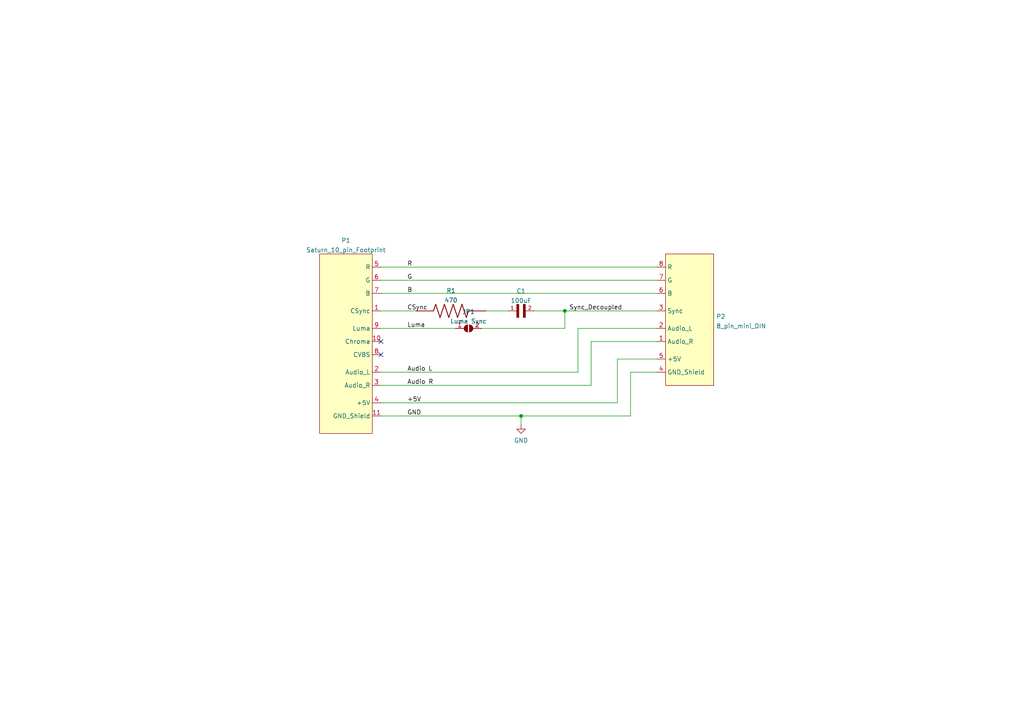
<source format=kicad_sch>
(kicad_sch (version 20211123) (generator eeschema)
  (paper "A4")
  (lib_symbols
    (symbol "Jumper:SolderJumper_2_Open" (pin_names (offset 0) hide)
      (property "Reference" "JP" (at 0 2.032 0))
      (property "Value" "SolderJumper_2_Open" (at 0 -2.54 0))
      (symbol "SolderJumper_2_Open_0_1"
        (arc (start -0.254 1.016) (mid -1.27 0) (end -0.254 -1.016))
        (arc (start -0.254 1.016) (mid -1.27 0) (end -0.254 -1.016) (fill (type outline)))
        (polyline (pts (xy -0.254 1.016) (xy -0.254 -1.016)))
        (polyline (pts (xy 0.254 1.016) (xy 0.254 -1.016)))
        (arc (start 0.254 -1.016) (mid 1.27 0) (end 0.254 1.016))
        (arc (start 0.254 -1.016) (mid 1.27 0) (end 0.254 1.016) (fill (type outline)))
      )
      (symbol "SolderJumper_2_Open_1_1"
        (pin passive line (at -3.81 0 0) (length 2.54) (name "A") (number "1"))
        (pin passive line (at 3.81 0 180) (length 2.54) (name "B") (number "2"))
      )
    )
    (symbol "SMD_Cap:Cap_0603" (pin_names (offset 1.016) hide)
      (property "Reference" "C" (at 0 3.81 0))
      (property "Value" "Cap_0603" (at 0 -5.08 0))
      (symbol "Cap_0603_0_0"
        (rectangle (start 0 -1.905) (end 0.635 1.905) (fill (type outline)))
        (rectangle (start 1.905 -1.905) (end 2.54 1.905) (fill (type outline)))
        (pin passive line (at -2.54 0 0) (length 2.54) (name "~") (number "1"))
        (pin passive line (at 5.08 0 180) (length 2.54) (name "~") (number "2"))
      )
    )
    (symbol "Saturn 8pin mini DIN mod:8_pin_mini_DIN"
      (property "Reference" "P" (at 0 2.54 0))
      (property "Value" "8_pin_mini_DIN" (at 0 5.08 0))
      (symbol "8_pin_mini_DIN_0_1"
        (rectangle (start 0 0) (end 13.97 -38.1) (stroke (width 0.1524)) (fill (type background)))
      )
      (symbol "8_pin_mini_DIN_1_1"
        (pin output line (at -2.54 -25.4 0) (length 2.54) (name "Audio_R") (number "1"))
        (pin output line (at -2.54 -21.59 0) (length 2.54) (name "Audio_L") (number "2"))
        (pin output line (at -2.54 -16.51 0) (length 2.54) (name "Sync") (number "3"))
        (pin output line (at -2.54 -34.29 0) (length 2.54) (name "GND_Shield") (number "4"))
        (pin output line (at -2.54 -30.48 0) (length 2.54) (name "+5V") (number "5"))
        (pin output line (at -2.54 -11.43 0) (length 2.54) (name "B") (number "6"))
        (pin output line (at -2.54 -7.62 0) (length 2.54) (name "G") (number "7"))
        (pin output line (at -2.54 -3.81 0) (length 2.54) (name "R") (number "8"))
      )
    )
    (symbol "Saturn 8pin mini DIN mod:Saturn_10_pin_Footprint"
      (property "Reference" "P" (at 0 2.54 0))
      (property "Value" "Saturn_10_pin_Footprint" (at 0 6.35 0))
      (symbol "Saturn_10_pin_Footprint_0_1"
        (rectangle (start 0 0) (end 15.24 -52.07) (stroke (width 0.1524)) (fill (type background)))
      )
      (symbol "Saturn_10_pin_Footprint_1_1"
        (pin input line (at -2.54 -16.51 0) (length 2.54) (name "CSync") (number "1"))
        (pin input line (at -2.54 -25.4 0) (length 2.54) (name "Chroma") (number "10"))
        (pin input line (at -2.54 -46.99 0) (length 2.54) (name "GND_Shield") (number "11"))
        (pin input line (at -2.54 -34.29 0) (length 2.54) (name "Audio_L") (number "2"))
        (pin input line (at -2.54 -38.1 0) (length 2.54) (name "Audio_R") (number "3"))
        (pin input line (at -2.54 -43.18 0) (length 2.54) (name "+5V") (number "4"))
        (pin input line (at -2.54 -3.81 0) (length 2.54) (name "R") (number "5"))
        (pin input line (at -2.54 -7.62 0) (length 2.54) (name "G") (number "6"))
        (pin input line (at -2.54 -11.43 0) (length 2.54) (name "B") (number "7"))
        (pin input line (at -2.54 -29.21 0) (length 2.54) (name "CVBS") (number "8"))
        (pin input line (at -2.54 -21.59 0) (length 2.54) (name "Luma") (number "9"))
      )
    )
    (symbol "power:GND" (power) (pin_names (offset 0))
      (property "Value" "GND" (at 0 -3.81 0))
      (symbol "GND_0_1"
        (polyline (pts (xy 0 0) (xy 0 -1.27) (xy 1.27 -1.27) (xy 0 -2.54) (xy -1.27 -1.27) (xy 0 -1.27)))
      )
      (symbol "GND_1_1"
        (pin power_in line (at 0 0 270) (length 0) hide (name "GND") (number "1"))
      )
    )
    (symbol "resistor:Resistor_0603" (pin_numbers hide) (pin_names (offset 1.016) hide)
      (property "Reference" "R" (at -7.62 2.54 0))
      (property "Value" "Resistor_0603" (at -7.62 -5.08 0))
      (symbol "Resistor_0603_0_0"
        (polyline (pts (xy -5.08 0) (xy -4.445 1.905)) (stroke (width 0.254)))
        (polyline (pts (xy -4.445 1.905) (xy -3.175 -1.905)) (stroke (width 0.254)))
        (polyline (pts (xy -3.175 -1.905) (xy -1.905 1.905)) (stroke (width 0.254)))
        (polyline (pts (xy -1.905 1.905) (xy -0.635 -1.905)) (stroke (width 0.254)))
        (polyline (pts (xy -0.635 -1.905) (xy 0.635 1.905)) (stroke (width 0.254)))
        (polyline (pts (xy 0.635 1.905) (xy 1.905 -1.905)) (stroke (width 0.254)))
        (polyline (pts (xy 1.905 -1.905) (xy 3.175 1.905)) (stroke (width 0.254)))
        (polyline (pts (xy 3.175 1.905) (xy 4.445 -1.905)) (stroke (width 0.254)))
        (polyline (pts (xy 4.445 -1.905) (xy 5.08 0)) (stroke (width 0.254)))
        (pin passive line (at -10.16 0 0) (length 5.08) (name "~") (number "1"))
        (pin passive line (at 10.16 0 180) (length 5.08) (name "~") (number "2"))
      )
    )
  )
  (junction (at 151.13 120.65))
  (junction (at 163.83 90.17))
  (no_connect (at 110.49 102.87))
  (no_connect (at 110.49 99.06))
  (wire (pts (xy 110.49 95.25) (xy 132.08 95.25)))
  (wire (pts (xy 110.49 85.09) (xy 190.5 85.09)))
  (wire (pts (xy 171.45 111.76) (xy 171.45 99.06)))
  (wire (pts (xy 182.88 107.95) (xy 182.88 120.65)))
  (wire (pts (xy 110.49 90.17) (xy 120.65 90.17)))
  (wire (pts (xy 179.07 116.84) (xy 179.07 104.14)))
  (wire (pts (xy 163.83 95.25) (xy 163.83 90.17)))
  (wire (pts (xy 140.97 90.17) (xy 147.32 90.17)))
  (wire (pts (xy 167.64 95.25) (xy 190.5 95.25)))
  (wire (pts (xy 151.13 120.65) (xy 151.13 123.19)))
  (wire (pts (xy 110.49 116.84) (xy 179.07 116.84)))
  (wire (pts (xy 154.94 90.17) (xy 163.83 90.17)))
  (wire (pts (xy 110.49 111.76) (xy 171.45 111.76)))
  (wire (pts (xy 171.45 99.06) (xy 190.5 99.06)))
  (wire (pts (xy 110.49 77.47) (xy 190.5 77.47)))
  (wire (pts (xy 110.49 81.28) (xy 190.5 81.28)))
  (wire (pts (xy 110.49 107.95) (xy 167.64 107.95)))
  (wire (pts (xy 151.13 120.65) (xy 110.49 120.65)))
  (wire (pts (xy 190.5 107.95) (xy 182.88 107.95)))
  (wire (pts (xy 139.7 95.25) (xy 163.83 95.25)))
  (wire (pts (xy 163.83 90.17) (xy 190.5 90.17)))
  (wire (pts (xy 179.07 104.14) (xy 190.5 104.14)))
  (wire (pts (xy 182.88 120.65) (xy 151.13 120.65)))
  (wire (pts (xy 167.64 107.95) (xy 167.64 95.25)))
  (label "R" (at 118.11 77.47 0))
  (label "+5V" (at 118.11 116.84 0))
  (label "Audio L" (at 118.11 107.95 0))
  (label "Sync_Decoupled" (at 165.1 90.17 0))
  (label "Audio R" (at 118.11 111.76 0))
  (label "CSync" (at 118.11 90.17 0))
  (label "B" (at 118.11 85.09 0))
  (label "Luma" (at 118.11 95.25 0))
  (label "G" (at 118.11 81.28 0))
  (label "GND" (at 118.11 120.65 0))
  (symbol (lib_id "Saturn 8pin mini DIN mod:8_pin_mini_DIN") (at 193.04 73.66 0) (unit 1)
    (property "Reference" "P2" (at 207.7212 91.8015 0) (effects (justify left)))
    (property "Value" "8_pin_mini_DIN" (at 207.7212 94.5766 0) (effects (justify left)))
    (property "Footprint" "Saturn 8pin mini DIN mod:8 pin mini DIN" (effects hide))
  )
  (symbol (lib_id "power:GND") (at 151.13 123.19 0) (unit 1)
    (property "Reference" "#PWR0101" (effects hide))
    (property "Value" "GND" (at 151.13 127.7525 0))
  )
  (symbol (lib_id "SMD_Cap:Cap_0603") (at 149.86 90.17 0) (unit 1)
    (property "Reference" "C1" (at 151.13 84.4255 0))
    (property "Value" "100uF" (at 151.13 87.2006 0))
    (property "Footprint" "Capacitor_SMD:C_1206_3216Metric" (effects hide))
  )
  (symbol (lib_id "Saturn 8pin mini DIN mod:Saturn_10_pin_Footprint") (at 107.95 73.66 0) (mirror y) (unit 1)
    (property "Reference" "P1" (at 100.33 69.7443 0))
    (property "Value" "Saturn_10_pin_Footprint" (at 100.33 72.5194 0))
    (property "Footprint" "Saturn 8pin mini DIN mod:Saturn 10 pin" (effects hide))
  )
  (symbol (lib_id "resistor:Resistor_0603") (at 130.81 90.17 0) (unit 1)
    (property "Reference" "R1" (at 130.81 84.2985 0))
    (property "Value" "470" (at 130.81 87.0736 0))
    (property "Footprint" "Resistor_SMD:R_0603_1608Metric" (effects hide))
  )
  (symbol (lib_id "Jumper:SolderJumper_2_Open") (at 135.89 95.25 0) (unit 1)
    (property "Reference" "JP1" (at 135.89 90.3945 0))
    (property "Value" "Luma Sync" (at 135.89 93.1696 0))
    (property "Footprint" "Jumper:SolderJumper-2_P1.3mm_Open_RoundedPad1.0x1.5mm" (effects hide))
  )
)
</source>
